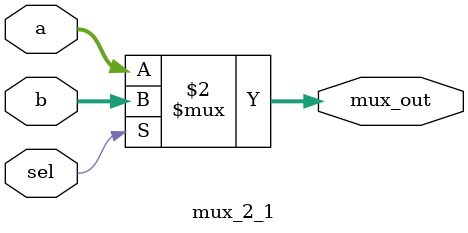
<source format=v>
module mux_2_1(
    input sel,
    input [31:0] a, b,
    output [31:0] mux_out
);


assign mux_out = (sel==1'b0) ? a : b;

endmodule 
</source>
